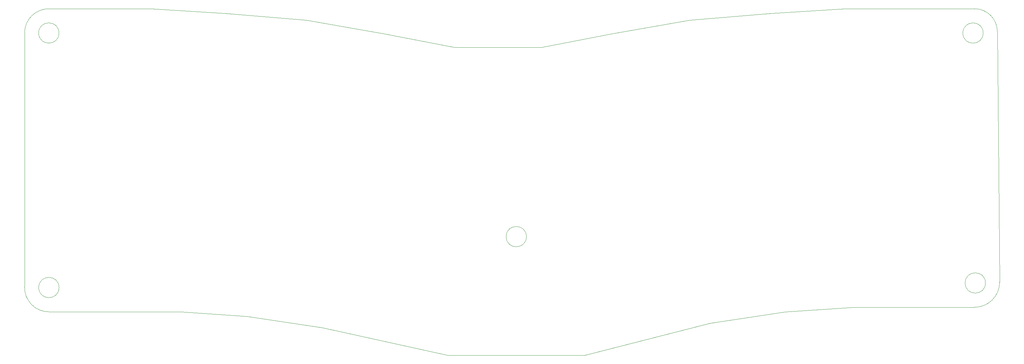
<source format=gbr>
%TF.GenerationSoftware,KiCad,Pcbnew,7.0.6*%
%TF.CreationDate,2023-09-29T23:08:14-04:00*%
%TF.ProjectId,tiddlywink_square,74696464-6c79-4776-996e-6b5f73717561,rev?*%
%TF.SameCoordinates,Original*%
%TF.FileFunction,Profile,NP*%
%FSLAX46Y46*%
G04 Gerber Fmt 4.6, Leading zero omitted, Abs format (unit mm)*
G04 Created by KiCad (PCBNEW 7.0.6) date 2023-09-29 23:08:14*
%MOMM*%
%LPD*%
G01*
G04 APERTURE LIST*
%TA.AperFunction,Profile*%
%ADD10C,0.100000*%
%TD*%
G04 APERTURE END LIST*
D10*
X10916990Y-90493678D02*
X10916990Y-24010962D01*
X69056308Y-98226645D02*
X88701637Y-101203210D01*
X258961155Y-95845397D02*
G75*
G03*
X265509597Y-89296950I45J6548397D01*
G01*
X123229791Y-27979711D02*
X145851685Y-27979711D01*
X51792231Y-97036019D02*
X17264077Y-97036019D01*
X264914310Y-23812520D02*
G75*
G03*
X258961155Y-17859390I-5953110J20D01*
G01*
X227409566Y-95845393D02*
X258961155Y-95845392D01*
X17440698Y-17870650D02*
G75*
G03*
X10916990Y-24010962I-191698J-6332010D01*
G01*
X184547030Y-20835955D02*
X205978298Y-19050016D01*
X141953242Y-77390690D02*
G75*
G03*
X141953242Y-77390690I-2650000J0D01*
G01*
X209550176Y-97036019D02*
X189904847Y-100012584D01*
X104775088Y-24407833D02*
X123229791Y-27979711D01*
X88701637Y-101203210D02*
X121443852Y-108346966D01*
X145851685Y-27979711D02*
X164306388Y-24407833D01*
X164306388Y-24407833D02*
X184547030Y-20835955D01*
X17440698Y-17870656D02*
X44053162Y-17859390D01*
X261214155Y-24209520D02*
G75*
G03*
X261214155Y-24209520I-2650000J0D01*
G01*
X227409566Y-95845393D02*
X209550176Y-97036019D01*
X44053162Y-17859390D02*
X63103178Y-19050016D01*
X121443852Y-108346966D02*
X157162632Y-108346966D01*
X265509597Y-89296950D02*
X264914285Y-23812520D01*
X10916995Y-90493678D02*
G75*
G03*
X17264077Y-97036019I6347085J-192342D01*
G01*
X19914080Y-90686020D02*
G75*
G03*
X19914080Y-90686020I-2650000J0D01*
G01*
X258961155Y-17859390D02*
X225028314Y-17859390D01*
X84534446Y-20835955D02*
X104775088Y-24407833D01*
X51792231Y-97036019D02*
X69056308Y-98226645D01*
X19899000Y-24202660D02*
G75*
G03*
X19899000Y-24202660I-2650000J0D01*
G01*
X157162632Y-108346966D02*
X189904847Y-100012584D01*
X261809155Y-89494950D02*
G75*
G03*
X261809155Y-89494950I-2650000J0D01*
G01*
X205978298Y-19050016D02*
X225028314Y-17859390D01*
X63103178Y-19050016D02*
X84534446Y-20835955D01*
M02*

</source>
